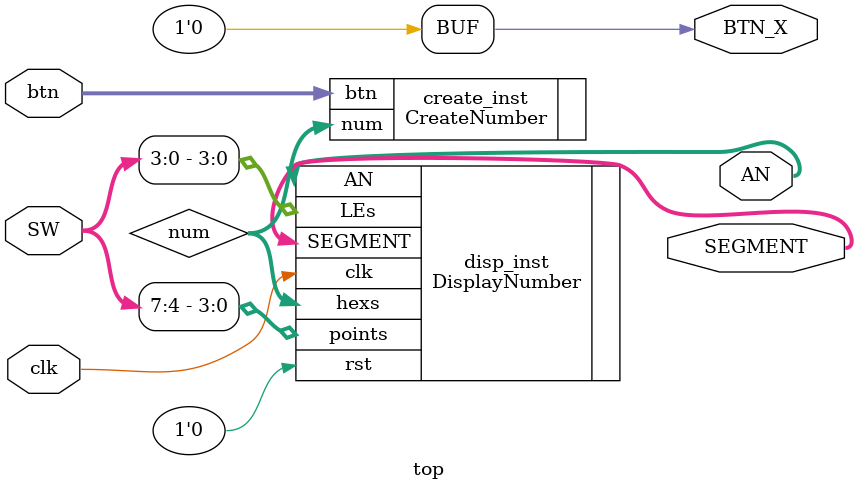
<source format=v>
module top(
    input clk,
    input [7:0] SW,
    input [3:0] btn,
    output[3:0] AN,
    output[7:0] SEGMENT,
    output      BTN_X
);

    assign BTN_X = 1'b0;

    wire [15:0] num;

    CreateNumber create_inst(
        .btn(btn),
        .num(num)
    );

    DisplayNumber disp_inst(
        .clk(clk),
        .rst(1'b0),
        .hexs(num),
        .points(SW[7:4]),
        .LEs(SW[3:0]),
        .AN(AN),
        .SEGMENT(SEGMENT)
    );

endmodule

</source>
